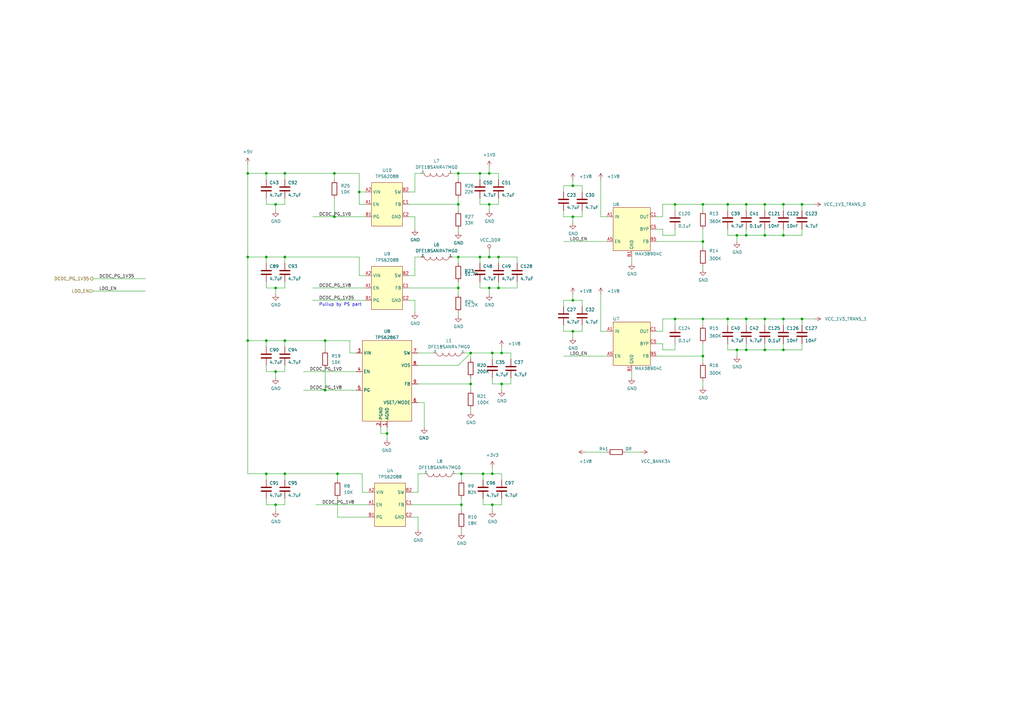
<source format=kicad_sch>
(kicad_sch (version 20220126) (generator eeschema)
  (paper "A3")
  (lib_symbols
    (symbol "7z010_ddr:VCC_1V3_TRANS_0" (power) (pin_names (offset 0))
      (property "Value" "VCC_1V3_TRANS_0" (at 0 3.81 0))
      (symbol "VCC_1V3_TRANS_0_0_1"
        (polyline (pts (xy -0.762 1.27) (xy 0 2.54)))
        (polyline (pts (xy 0 0) (xy 0 2.54)))
        (polyline (pts (xy 0 2.54) (xy 0.762 1.27)))
      )
      (symbol "VCC_1V3_TRANS_0_1_1"
        (pin power_in line (at 0 0 90) (length 0) hide (name "VCC_1V3_TRANS_0") (number "1"))
      )
    )
    (symbol "7z010_ddr:VCC_1V3_TRANS_1" (power) (pin_names (offset 0))
      (property "Value" "VCC_1V3_TRANS_1" (at 0 3.81 0))
      (symbol "VCC_1V3_TRANS_1_0_1"
        (polyline (pts (xy -0.762 1.27) (xy 0 2.54)))
        (polyline (pts (xy 0 0) (xy 0 2.54)))
        (polyline (pts (xy 0 2.54) (xy 0.762 1.27)))
      )
      (symbol "VCC_1V3_TRANS_1_1_1"
        (pin power_in line (at 0 0 90) (length 0) hide (name "VCC_1V3_TRANS_1") (number "1"))
      )
    )
    (symbol "7z010_ddr:VCC_BANK34" (power) (pin_names (offset 0))
      (property "Value" "VCC_BANK34" (at 3.81 0 90))
      (symbol "VCC_BANK34_0_1"
        (polyline (pts (xy -0.762 1.27) (xy 0 2.54)))
        (polyline (pts (xy 0 0) (xy 0 2.54)))
        (polyline (pts (xy 0 2.54) (xy 0.762 1.27)))
      )
      (symbol "VCC_BANK34_1_1"
        (pin power_in line (at 0 0 90) (length 0) hide (name "VCC_BANK34") (number "1"))
      )
    )
    (symbol "7z010_ddr:VCC_DDR-power" (power) (pin_names (offset 0))
      (property "Value" "VCC_DDR-power" (at 0 3.81 0))
      (symbol "VCC_DDR-power_0_1"
        (polyline (pts (xy 0 0) (xy 0 1.27)))
        (circle (center 0 1.905) (radius 0.635))
      )
      (symbol "VCC_DDR-power_1_1"
        (pin power_in line (at 0 0 90) (length 0) hide (name "VCC_DDR") (number "1"))
      )
    )
    (symbol "Device:C" (pin_numbers hide) (pin_names (offset 0.254))
      (property "Reference" "C" (at 0.635 2.54 0))
      (property "Value" "C" (at 0.635 -2.54 0))
      (symbol "C_0_1"
        (polyline (pts (xy -2.032 -0.762) (xy 2.032 -0.762)) (stroke (width 0.508)))
        (polyline (pts (xy -2.032 0.762) (xy 2.032 0.762)) (stroke (width 0.508)))
      )
      (symbol "C_1_1"
        (pin passive line (at 0 3.81 270) (length 2.794) (name "~") (number "1"))
        (pin passive line (at 0 -3.81 90) (length 2.794) (name "~") (number "2"))
      )
    )
    (symbol "Device:R" (pin_numbers hide) (pin_names (offset 0))
      (property "Reference" "R" (at 2.032 0 90))
      (property "Value" "R" (at 0 0 90))
      (symbol "R_0_1"
        (rectangle (start -1.016 -2.54) (end 1.016 2.54) (stroke (width 0.254)))
      )
      (symbol "R_1_1"
        (pin passive line (at 0 3.81 270) (length 1.27) (name "~") (number "1"))
        (pin passive line (at 0 -3.81 90) (length 1.27) (name "~") (number "2"))
      )
    )
    (symbol "Power_Supervisor_Local:MAX38904C"
      (property "Reference" "U" (at 6.35 -7.62 0))
      (property "Value" "MAX38904C" (at 0 12.7 0))
      (symbol "MAX38904C_0_1"
        (rectangle (start -7.62 11.43) (end 7.62 -6.35) (stroke (width 0.1524)) (fill (type background)))
      )
      (symbol "MAX38904C_1_1"
        (pin power_in line (at -10.16 7.62 0) (length 2.54) (name "IN") (number "A1"))
        (pin power_in line (at -10.16 7.62 0) (length 2.54) hide (name "IN") (number "A2"))
        (pin power_in line (at -10.16 7.62 0) (length 2.54) hide (name "IN") (number "A3"))
        (pin power_in line (at -10.16 7.62 0) (length 2.54) hide (name "IN") (number "A4"))
        (pin input line (at -10.16 -2.54 0) (length 2.54) (name "EN") (number "A5"))
        (pin passive line (at 0 -8.89 90) (length 2.54) (name "GND") (number "B1"))
        (pin passive line (at 0 -8.89 90) (length 2.54) hide (name "GND") (number "B2"))
        (pin passive line (at 0 -8.89 90) (length 2.54) hide (name "GND") (number "B3"))
        (pin passive line (at 0 -8.89 90) (length 2.54) hide (name "GND") (number "B4"))
        (pin passive line (at 10.16 -2.54 180) (length 2.54) (name "FB") (number "B5"))
        (pin power_out line (at 10.16 7.62 180) (length 2.54) (name "OUT") (number "C1"))
        (pin power_out line (at 10.16 7.62 180) (length 2.54) hide (name "OUT") (number "C2"))
        (pin power_out line (at 10.16 7.62 180) (length 2.54) hide (name "OUT") (number "C3"))
        (pin power_out line (at 10.16 7.62 180) (length 2.54) hide (name "OUT") (number "C4"))
        (pin input line (at 10.16 2.54 180) (length 2.54) (name "BYP") (number "C5"))
      )
    )
    (symbol "Power_Supervisor_Local:TPS62088"
      (property "Reference" "U10" (at 0 13.97 0))
      (property "Value" "TPS62088" (at 0 11.43 0))
      (symbol "TPS62088_0_1"
        (rectangle (start -6.35 8.89) (end 6.35 -8.89) (stroke (width 0.1524)) (fill (type background)))
      )
      (symbol "TPS62088_1_1"
        (pin input line (at -8.89 0 0) (length 2.54) (name "EN") (number "A1"))
        (pin power_in line (at -8.89 5.08 0) (length 2.54) (name "VIN") (number "A2"))
        (pin output line (at -8.89 -5.08 0) (length 2.54) (name "PG") (number "B1"))
        (pin power_out line (at 8.89 5.08 180) (length 2.54) (name "SW") (number "B2"))
        (pin input line (at 8.89 0 180) (length 2.54) (name "FB") (number "C1"))
        (pin passive line (at 8.89 -5.08 180) (length 2.54) (name "GND") (number "C2"))
      )
    )
    (symbol "Power_Supervisor_Local:TPS62867"
      (property "Reference" "U" (at 0 20.32 0))
      (property "Value" "TPS62867" (at 10.16 -20.32 0))
      (symbol "TPS62867_0_1"
        (rectangle (start -10.16 17.78) (end 10.16 -15.24) (stroke (width 0.1524)) (fill (type background)))
      )
      (symbol "TPS62867_1_1"
        (pin passive line (at 0 -17.78 90) (length 2.54) (name "AGND") (number "1"))
        (pin passive line (at -2.54 -17.78 90) (length 2.54) (name "PGND") (number "2"))
        (pin power_in line (at -12.7 12.7 0) (length 2.54) (name "VIN") (number "3"))
        (pin input line (at -12.7 5.08 0) (length 2.54) (name "EN") (number "4"))
        (pin open_collector line (at -12.7 -2.54 0) (length 2.54) (name "PG") (number "5"))
        (pin input line (at 12.7 -7.62 180) (length 2.54) (name "VSET/MODE") (number "6"))
        (pin power_out line (at 12.7 12.7 180) (length 2.54) (name "SW") (number "7"))
        (pin input line (at 12.7 7.62 180) (length 2.54) (name "VOS") (number "8"))
        (pin input line (at 12.7 0 180) (length 2.54) (name "FB") (number "9"))
      )
    )
    (symbol "power:+1V0" (power) (pin_names (offset 0))
      (property "Value" "+1V0" (at 0 3.556 0))
      (symbol "+1V0_0_1"
        (polyline (pts (xy -0.762 1.27) (xy 0 2.54)))
        (polyline (pts (xy 0 0) (xy 0 2.54)))
        (polyline (pts (xy 0 2.54) (xy 0.762 1.27)))
      )
      (symbol "+1V0_1_1"
        (pin power_in line (at 0 0 90) (length 0) hide (name "+1V0") (number "1"))
      )
    )
    (symbol "power:+1V8" (power) (pin_names (offset 0))
      (property "Value" "+1V8" (at 0 3.556 0))
      (symbol "+1V8_0_1"
        (polyline (pts (xy -0.762 1.27) (xy 0 2.54)))
        (polyline (pts (xy 0 0) (xy 0 2.54)))
        (polyline (pts (xy 0 2.54) (xy 0.762 1.27)))
      )
      (symbol "+1V8_1_1"
        (pin power_in line (at 0 0 90) (length 0) hide (name "+1V8") (number "1"))
      )
    )
    (symbol "power:+3.3V" (power) (pin_names (offset 0))
      (property "Value" "+3.3V" (at 0 3.556 0))
      (symbol "+3.3V_0_1"
        (polyline (pts (xy -0.762 1.27) (xy 0 2.54)))
        (polyline (pts (xy 0 0) (xy 0 2.54)))
        (polyline (pts (xy 0 2.54) (xy 0.762 1.27)))
      )
      (symbol "+3.3V_1_1"
        (pin power_in line (at 0 0 90) (length 0) hide (name "+3V3") (number "1"))
      )
    )
    (symbol "power:+5V" (power) (pin_names (offset 0))
      (property "Value" "+5V" (at 0 3.556 0))
      (symbol "+5V_0_1"
        (polyline (pts (xy -0.762 1.27) (xy 0 2.54)))
        (polyline (pts (xy 0 0) (xy 0 2.54)))
        (polyline (pts (xy 0 2.54) (xy 0.762 1.27)))
      )
      (symbol "+5V_1_1"
        (pin power_in line (at 0 0 90) (length 0) hide (name "+5V") (number "1"))
      )
    )
    (symbol "power:GND" (power) (pin_names (offset 0))
      (property "Value" "GND" (at 0 -3.81 0))
      (symbol "GND_0_1"
        (polyline (pts (xy 0 0) (xy 0 -1.27) (xy 1.27 -1.27) (xy 0 -2.54) (xy -1.27 -1.27) (xy 0 -1.27)))
      )
      (symbol "GND_1_1"
        (pin power_in line (at 0 0 270) (length 0) hide (name "GND") (number "1"))
      )
    )
    (symbol "pspice:INDUCTOR" (pin_numbers hide) (pin_names (offset 0))
      (property "Reference" "L" (at 0 2.54 0))
      (property "Value" "INDUCTOR" (at 0 -1.27 0))
      (symbol "INDUCTOR_0_1"
        (arc (start -2.54 0) (mid -3.81 1.2645) (end -5.08 0))
        (arc (start 0 0) (mid -1.27 1.2645) (end -2.54 0))
        (arc (start 2.54 0) (mid 1.27 1.2645) (end 0 0))
        (arc (start 5.08 0) (mid 3.81 1.2645) (end 2.54 0))
      )
      (symbol "INDUCTOR_1_1"
        (pin input line (at -6.35 0 0) (length 1.27) (name "1") (number "1"))
        (pin input line (at 6.35 0 180) (length 1.27) (name "2") (number "2"))
      )
    )
  )
  (junction (at 321.31 96.52))
  (junction (at 288.29 83.82))
  (junction (at 298.45 130.81))
  (junction (at 313.69 143.51))
  (junction (at 288.29 130.81))
  (junction (at 187.96 71.12))
  (junction (at 189.23 194.31))
  (junction (at 113.03 207.01))
  (junction (at 158.75 177.8))
  (junction (at 234.95 135.89))
  (junction (at 187.96 83.82))
  (junction (at 200.66 118.11))
  (junction (at 116.84 105.41))
  (junction (at 113.03 83.82))
  (junction (at 109.22 139.7))
  (junction (at 133.35 139.7))
  (junction (at 187.96 118.11))
  (junction (at 200.66 71.12))
  (junction (at 116.84 71.12))
  (junction (at 321.31 83.82))
  (junction (at 201.93 144.78))
  (junction (at 321.31 130.81))
  (junction (at 116.84 139.7))
  (junction (at 196.85 71.12))
  (junction (at 313.69 130.81))
  (junction (at 137.16 88.9))
  (junction (at 198.12 194.31))
  (junction (at 234.95 123.19))
  (junction (at 276.86 83.82))
  (junction (at 133.35 160.02))
  (junction (at 113.03 118.11))
  (junction (at 109.22 71.12))
  (junction (at 276.86 130.81))
  (junction (at 321.31 143.51))
  (junction (at 200.66 105.41))
  (junction (at 313.69 83.82))
  (junction (at 113.03 152.4))
  (junction (at 204.47 105.41))
  (junction (at 288.29 146.05))
  (junction (at 109.22 194.31))
  (junction (at 147.32 78.74))
  (junction (at 306.07 83.82))
  (junction (at 101.6 105.41))
  (junction (at 187.96 105.41))
  (junction (at 193.04 144.78))
  (junction (at 204.47 118.11))
  (junction (at 288.29 99.06))
  (junction (at 205.74 144.78))
  (junction (at 137.16 71.12))
  (junction (at 200.66 83.82))
  (junction (at 196.85 105.41))
  (junction (at 328.93 130.81))
  (junction (at 201.93 194.31))
  (junction (at 101.6 71.12))
  (junction (at 234.95 76.2))
  (junction (at 189.23 207.01))
  (junction (at 313.69 96.52))
  (junction (at 201.93 207.01))
  (junction (at 328.93 83.82))
  (junction (at 306.07 130.81))
  (junction (at 138.43 194.31))
  (junction (at 302.26 96.52))
  (junction (at 116.84 194.31))
  (junction (at 298.45 83.82))
  (junction (at 302.26 143.51))
  (junction (at 205.74 157.48))
  (junction (at 306.07 143.51))
  (junction (at 101.6 139.7))
  (junction (at 234.95 88.9))
  (junction (at 306.07 96.52))
  (junction (at 109.22 105.41))
  (junction (at 193.04 157.48))
  (wire (pts (xy 276.86 83.82) (xy 276.86 86.36)))
  (wire (pts (xy 147.32 83.82) (xy 147.32 78.74)))
  (wire (pts (xy 209.55 144.78) (xy 209.55 147.32)))
  (wire (pts (xy 113.03 207.01) (xy 116.84 207.01)))
  (wire (pts (xy 288.29 109.22) (xy 288.29 110.49)))
  (wire (pts (xy 147.32 78.74) (xy 149.86 78.74)))
  (wire (pts (xy 321.31 96.52) (xy 328.93 96.52)))
  (wire (pts (xy 256.54 185.42) (xy 262.89 185.42)))
  (wire (pts (xy 234.95 73.66) (xy 234.95 76.2)))
  (wire (pts (xy 212.09 107.95) (xy 212.09 105.41)))
  (wire (pts (xy 271.78 143.51) (xy 271.78 140.97)))
  (wire (pts (xy 302.26 96.52) (xy 306.07 96.52)))
  (wire (pts (xy 205.74 204.47) (xy 205.74 207.01)))
  (wire (pts (xy 205.74 157.48) (xy 205.74 160.02)))
  (wire (pts (xy 271.78 96.52) (xy 276.86 96.52)))
  (wire (pts (xy 198.12 194.31) (xy 201.93 194.31)))
  (wire (pts (xy 193.04 144.78) (xy 190.5 144.78)))
  (wire (pts (xy 193.04 167.64) (xy 193.04 168.91)))
  (wire (pts (xy 189.23 217.17) (xy 189.23 218.44)))
  (wire (pts (xy 170.18 71.12) (xy 172.72 71.12)))
  (wire (pts (xy 306.07 83.82) (xy 313.69 83.82)))
  (wire (pts (xy 298.45 86.36) (xy 298.45 83.82)))
  (wire (pts (xy 196.85 115.57) (xy 196.85 118.11)))
  (wire (pts (xy 109.22 204.47) (xy 109.22 207.01)))
  (wire (pts (xy 313.69 93.98) (xy 313.69 96.52)))
  (wire (pts (xy 288.29 83.82) (xy 298.45 83.82)))
  (wire (pts (xy 116.84 71.12) (xy 137.16 71.12)))
  (wire (pts (xy 205.74 144.78) (xy 209.55 144.78)))
  (wire (pts (xy 170.18 113.03) (xy 170.18 105.41)))
  (wire (pts (xy 288.29 130.81) (xy 288.29 133.35)))
  (wire (pts (xy 193.04 144.78) (xy 187.96 149.86)))
  (wire (pts (xy 113.03 207.01) (xy 113.03 209.55)))
  (wire (pts (xy 109.22 105.41) (xy 116.84 105.41)))
  (wire (pts (xy 147.32 113.03) (xy 149.86 113.03)))
  (wire (pts (xy 109.22 81.28) (xy 109.22 83.82)))
  (wire (pts (xy 269.24 99.06) (xy 288.29 99.06)))
  (wire (pts (xy 109.22 149.86) (xy 109.22 152.4)))
  (wire (pts (xy 302.26 96.52) (xy 302.26 99.06)))
  (wire (pts (xy 113.03 152.4) (xy 113.03 154.94)))
  (wire (pts (xy 201.93 147.32) (xy 201.93 144.78)))
  (wire (pts (xy 231.14 135.89) (xy 234.95 135.89)))
  (wire (pts (xy 193.04 157.48) (xy 193.04 154.94)))
  (wire (pts (xy 148.59 194.31) (xy 148.59 201.93)))
  (wire (pts (xy 109.22 142.24) (xy 109.22 139.7)))
  (wire (pts (xy 259.08 105.41) (xy 259.08 107.95)))
  (wire (pts (xy 276.86 96.52) (xy 276.86 93.98)))
  (wire (pts (xy 143.51 144.78) (xy 146.05 144.78)))
  (wire (pts (xy 189.23 196.85) (xy 189.23 194.31)))
  (wire (pts (xy 196.85 118.11) (xy 200.66 118.11)))
  (wire (pts (xy 101.6 105.41) (xy 101.6 139.7)))
  (wire (pts (xy 133.35 139.7) (xy 143.51 139.7)))
  (wire (pts (xy 187.96 118.11) (xy 187.96 115.57)))
  (wire (pts (xy 116.84 204.47) (xy 116.84 207.01)))
  (wire (pts (xy 200.66 118.11) (xy 204.47 118.11)))
  (wire (pts (xy 271.78 93.98) (xy 271.78 96.52)))
  (wire (pts (xy 231.14 133.35) (xy 231.14 135.89)))
  (wire (pts (xy 248.92 88.9) (xy 246.38 88.9)))
  (wire (pts (xy 171.45 194.31) (xy 173.99 194.31)))
  (wire (pts (xy 204.47 118.11) (xy 212.09 118.11)))
  (wire (pts (xy 137.16 71.12) (xy 147.32 71.12)))
  (wire (pts (xy 204.47 115.57) (xy 204.47 118.11)))
  (wire (pts (xy 171.45 144.78) (xy 177.8 144.78)))
  (wire (pts (xy 133.35 160.02) (xy 146.05 160.02)))
  (wire (pts (xy 231.14 76.2) (xy 234.95 76.2)))
  (wire (pts (xy 170.18 78.74) (xy 170.18 71.12)))
  (wire (pts (xy 321.31 140.97) (xy 321.31 143.51)))
  (wire (pts (xy 231.14 86.36) (xy 231.14 88.9)))
  (wire (pts (xy 158.75 177.8) (xy 158.75 180.34)))
  (wire (pts (xy 288.29 146.05) (xy 288.29 148.59)))
  (wire (pts (xy 288.29 86.36) (xy 288.29 83.82)))
  (wire (pts (xy 200.66 83.82) (xy 200.66 86.36)))
  (wire (pts (xy 271.78 130.81) (xy 276.86 130.81)))
  (wire (pts (xy 116.84 105.41) (xy 147.32 105.41)))
  (wire (pts (xy 205.74 142.24) (xy 205.74 144.78)))
  (wire (pts (xy 187.96 93.98) (xy 187.96 95.25)))
  (wire (pts (xy 321.31 130.81) (xy 321.31 133.35)))
  (wire (pts (xy 246.38 120.65) (xy 246.38 135.89)))
  (wire (pts (xy 101.6 139.7) (xy 109.22 139.7)))
  (wire (pts (xy 234.95 76.2) (xy 238.76 76.2)))
  (wire (pts (xy 313.69 96.52) (xy 321.31 96.52)))
  (wire (pts (xy 196.85 83.82) (xy 200.66 83.82)))
  (wire (pts (xy 321.31 86.36) (xy 321.31 83.82)))
  (wire (pts (xy 288.29 140.97) (xy 288.29 146.05)))
  (wire (pts (xy 328.93 133.35) (xy 328.93 130.81)))
  (wire (pts (xy 109.22 152.4) (xy 113.03 152.4)))
  (wire (pts (xy 238.76 86.36) (xy 238.76 88.9)))
  (wire (pts (xy 101.6 71.12) (xy 109.22 71.12)))
  (wire (pts (xy 271.78 140.97) (xy 269.24 140.97)))
  (wire (pts (xy 240.03 185.42) (xy 248.92 185.42)))
  (wire (pts (xy 204.47 105.41) (xy 204.47 107.95)))
  (wire (pts (xy 302.26 143.51) (xy 302.26 146.05)))
  (wire (pts (xy 143.51 139.7) (xy 143.51 144.78)))
  (wire (pts (xy 288.29 99.06) (xy 288.29 101.6)))
  (wire (pts (xy 234.95 120.65) (xy 234.95 123.19)))
  (wire (pts (xy 109.22 107.95) (xy 109.22 105.41)))
  (wire (pts (xy 113.03 118.11) (xy 113.03 120.65)))
  (wire (pts (xy 288.29 130.81) (xy 298.45 130.81)))
  (wire (pts (xy 158.75 175.26) (xy 158.75 177.8)))
  (wire (pts (xy 147.32 71.12) (xy 147.32 78.74)))
  (wire (pts (xy 171.45 165.1) (xy 173.99 165.1)))
  (wire (pts (xy 101.6 194.31) (xy 109.22 194.31)))
  (wire (pts (xy 116.84 81.28) (xy 116.84 83.82)))
  (wire (pts (xy 101.6 194.31) (xy 101.6 139.7)))
  (wire (pts (xy 200.66 105.41) (xy 204.47 105.41)))
  (wire (pts (xy 101.6 67.31) (xy 101.6 71.12)))
  (wire (pts (xy 137.16 88.9) (xy 149.86 88.9)))
  (wire (pts (xy 147.32 105.41) (xy 147.32 113.03)))
  (wire (pts (xy 306.07 83.82) (xy 306.07 86.36)))
  (wire (pts (xy 234.95 123.19) (xy 238.76 123.19)))
  (wire (pts (xy 185.42 71.12) (xy 187.96 71.12)))
  (wire (pts (xy 298.45 133.35) (xy 298.45 130.81)))
  (wire (pts (xy 116.84 149.86) (xy 116.84 152.4)))
  (wire (pts (xy 109.22 196.85) (xy 109.22 194.31)))
  (wire (pts (xy 238.76 76.2) (xy 238.76 78.74)))
  (wire (pts (xy 201.93 207.01) (xy 201.93 209.55)))
  (wire (pts (xy 113.03 152.4) (xy 116.84 152.4)))
  (wire (pts (xy 306.07 93.98) (xy 306.07 96.52)))
  (wire (pts (xy 168.91 201.93) (xy 171.45 201.93)))
  (wire (pts (xy 288.29 99.06) (xy 288.29 93.98)))
  (wire (pts (xy 298.45 140.97) (xy 298.45 143.51)))
  (wire (pts (xy 321.31 130.81) (xy 328.93 130.81)))
  (wire (pts (xy 193.04 157.48) (xy 193.04 160.02)))
  (wire (pts (xy 298.45 83.82) (xy 306.07 83.82)))
  (wire (pts (xy 113.03 83.82) (xy 116.84 83.82)))
  (wire (pts (xy 167.64 78.74) (xy 170.18 78.74)))
  (wire (pts (xy 167.64 88.9) (xy 170.18 88.9)))
  (wire (pts (xy 196.85 105.41) (xy 200.66 105.41)))
  (wire (pts (xy 187.96 118.11) (xy 187.96 120.65)))
  (wire (pts (xy 187.96 83.82) (xy 187.96 81.28)))
  (wire (pts (xy 124.46 160.02) (xy 133.35 160.02)))
  (wire (pts (xy 302.26 143.51) (xy 306.07 143.51)))
  (wire (pts (xy 298.45 143.51) (xy 302.26 143.51)))
  (wire (pts (xy 170.18 105.41) (xy 172.72 105.41)))
  (wire (pts (xy 313.69 130.81) (xy 313.69 133.35)))
  (wire (pts (xy 200.66 71.12) (xy 204.47 71.12)))
  (wire (pts (xy 109.22 207.01) (xy 113.03 207.01)))
  (wire (pts (xy 147.32 83.82) (xy 149.86 83.82)))
  (wire (pts (xy 328.93 83.82) (xy 328.93 86.36)))
  (wire (pts (xy 187.96 73.66) (xy 187.96 71.12)))
  (wire (pts (xy 189.23 207.01) (xy 168.91 207.01)))
  (wire (pts (xy 200.66 102.87) (xy 200.66 105.41)))
  (wire (pts (xy 234.95 88.9) (xy 238.76 88.9)))
  (wire (pts (xy 187.96 71.12) (xy 196.85 71.12)))
  (wire (pts (xy 328.93 96.52) (xy 328.93 93.98)))
  (wire (pts (xy 185.42 105.41) (xy 187.96 105.41)))
  (wire (pts (xy 196.85 71.12) (xy 200.66 71.12)))
  (wire (pts (xy 109.22 73.66) (xy 109.22 71.12)))
  (wire (pts (xy 198.12 207.01) (xy 201.93 207.01)))
  (wire (pts (xy 128.27 123.19) (xy 149.86 123.19)))
  (wire (pts (xy 187.96 83.82) (xy 167.64 83.82)))
  (wire (pts (xy 138.43 212.09) (xy 151.13 212.09)))
  (wire (pts (xy 276.86 143.51) (xy 271.78 143.51)))
  (wire (pts (xy 170.18 123.19) (xy 170.18 128.27)))
  (wire (pts (xy 116.84 194.31) (xy 138.43 194.31)))
  (wire (pts (xy 129.54 207.01) (xy 151.13 207.01)))
  (wire (pts (xy 116.84 139.7) (xy 133.35 139.7)))
  (wire (pts (xy 321.31 143.51) (xy 328.93 143.51)))
  (wire (pts (xy 200.66 118.11) (xy 200.66 120.65)))
  (wire (pts (xy 238.76 133.35) (xy 238.76 135.89)))
  (wire (pts (xy 269.24 135.89) (xy 271.78 135.89)))
  (wire (pts (xy 306.07 143.51) (xy 313.69 143.51)))
  (wire (pts (xy 204.47 81.28) (xy 204.47 83.82)))
  (wire (pts (xy 128.27 118.11) (xy 149.86 118.11)))
  (wire (pts (xy 109.22 139.7) (xy 116.84 139.7)))
  (wire (pts (xy 200.66 68.58) (xy 200.66 71.12)))
  (wire (pts (xy 187.96 128.27) (xy 187.96 129.54)))
  (wire (pts (xy 148.59 201.93) (xy 151.13 201.93)))
  (wire (pts (xy 167.64 123.19) (xy 170.18 123.19)))
  (wire (pts (xy 116.84 194.31) (xy 116.84 196.85)))
  (wire (pts (xy 231.14 78.74) (xy 231.14 76.2)))
  (wire (pts (xy 248.92 135.89) (xy 246.38 135.89)))
  (wire (pts (xy 109.22 71.12) (xy 116.84 71.12)))
  (wire (pts (xy 271.78 88.9) (xy 269.24 88.9)))
  (wire (pts (xy 171.45 149.86) (xy 187.96 149.86)))
  (wire (pts (xy 231.14 88.9) (xy 234.95 88.9)))
  (wire (pts (xy 306.07 96.52) (xy 313.69 96.52)))
  (wire (pts (xy 116.84 115.57) (xy 116.84 118.11)))
  (wire (pts (xy 313.69 83.82) (xy 313.69 86.36)))
  (wire (pts (xy 138.43 204.47) (xy 138.43 212.09)))
  (wire (pts (xy 138.43 194.31) (xy 148.59 194.31)))
  (wire (pts (xy 196.85 73.66) (xy 196.85 71.12)))
  (wire (pts (xy 201.93 154.94) (xy 201.93 157.48)))
  (wire (pts (xy 238.76 123.19) (xy 238.76 125.73)))
  (wire (pts (xy 276.86 130.81) (xy 276.86 133.35)))
  (wire (pts (xy 234.95 88.9) (xy 234.95 91.44)))
  (wire (pts (xy 271.78 83.82) (xy 276.86 83.82)))
  (wire (pts (xy 109.22 118.11) (xy 113.03 118.11)))
  (wire (pts (xy 187.96 83.82) (xy 187.96 86.36)))
  (wire (pts (xy 201.93 157.48) (xy 205.74 157.48)))
  (wire (pts (xy 171.45 201.93) (xy 171.45 194.31)))
  (wire (pts (xy 113.03 118.11) (xy 116.84 118.11)))
  (wire (pts (xy 156.21 175.26) (xy 156.21 177.8)))
  (wire (pts (xy 109.22 115.57) (xy 109.22 118.11)))
  (wire (pts (xy 205.74 194.31) (xy 205.74 196.85)))
  (wire (pts (xy 193.04 144.78) (xy 193.04 147.32)))
  (wire (pts (xy 187.96 118.11) (xy 167.64 118.11)))
  (wire (pts (xy 209.55 154.94) (xy 209.55 157.48)))
  (wire (pts (xy 128.27 88.9) (xy 137.16 88.9)))
  (wire (pts (xy 269.24 93.98) (xy 271.78 93.98)))
  (wire (pts (xy 200.66 83.82) (xy 204.47 83.82)))
  (wire (pts (xy 306.07 130.81) (xy 313.69 130.81)))
  (wire (pts (xy 231.14 123.19) (xy 234.95 123.19)))
  (wire (pts (xy 38.1 114.3) (xy 59.69 114.3)))
  (wire (pts (xy 234.95 135.89) (xy 234.95 138.43)))
  (wire (pts (xy 189.23 194.31) (xy 198.12 194.31)))
  (wire (pts (xy 231.14 146.05) (xy 248.92 146.05)))
  (wire (pts (xy 196.85 107.95) (xy 196.85 105.41)))
  (wire (pts (xy 271.78 83.82) (xy 271.78 88.9)))
  (wire (pts (xy 306.07 140.97) (xy 306.07 143.51)))
  (wire (pts (xy 212.09 105.41) (xy 204.47 105.41)))
  (wire (pts (xy 201.93 194.31) (xy 205.74 194.31)))
  (wire (pts (xy 231.14 99.06) (xy 248.92 99.06)))
  (wire (pts (xy 116.84 71.12) (xy 116.84 73.66)))
  (wire (pts (xy 201.93 144.78) (xy 205.74 144.78)))
  (wire (pts (xy 168.91 212.09) (xy 171.45 212.09)))
  (wire (pts (xy 276.86 140.97) (xy 276.86 143.51)))
  (wire (pts (xy 171.45 212.09) (xy 171.45 217.17)))
  (wire (pts (xy 231.14 125.73) (xy 231.14 123.19)))
  (wire (pts (xy 133.35 151.13) (xy 133.35 160.02)))
  (wire (pts (xy 109.22 194.31) (xy 116.84 194.31)))
  (wire (pts (xy 173.99 165.1) (xy 173.99 175.26)))
  (wire (pts (xy 313.69 83.82) (xy 321.31 83.82)))
  (wire (pts (xy 109.22 83.82) (xy 113.03 83.82)))
  (wire (pts (xy 124.46 152.4) (xy 146.05 152.4)))
  (wire (pts (xy 201.93 207.01) (xy 205.74 207.01)))
  (wire (pts (xy 137.16 81.28) (xy 137.16 88.9)))
  (wire (pts (xy 328.93 140.97) (xy 328.93 143.51)))
  (wire (pts (xy 328.93 83.82) (xy 334.01 83.82)))
  (wire (pts (xy 189.23 207.01) (xy 189.23 204.47)))
  (wire (pts (xy 259.08 152.4) (xy 259.08 154.94)))
  (wire (pts (xy 276.86 83.82) (xy 288.29 83.82)))
  (wire (pts (xy 138.43 196.85) (xy 138.43 194.31)))
  (wire (pts (xy 306.07 130.81) (xy 306.07 133.35)))
  (wire (pts (xy 298.45 130.81) (xy 306.07 130.81)))
  (wire (pts (xy 198.12 196.85) (xy 198.12 194.31)))
  (wire (pts (xy 298.45 93.98) (xy 298.45 96.52)))
  (wire (pts (xy 101.6 105.41) (xy 109.22 105.41)))
  (wire (pts (xy 246.38 73.66) (xy 246.38 88.9)))
  (wire (pts (xy 212.09 118.11) (xy 212.09 115.57)))
  (wire (pts (xy 321.31 93.98) (xy 321.31 96.52)))
  (wire (pts (xy 116.84 105.41) (xy 116.84 107.95)))
  (wire (pts (xy 187.96 107.95) (xy 187.96 105.41)))
  (wire (pts (xy 328.93 130.81) (xy 334.01 130.81)))
  (wire (pts (xy 171.45 157.48) (xy 193.04 157.48)))
  (wire (pts (xy 234.95 135.89) (xy 238.76 135.89)))
  (wire (pts (xy 198.12 204.47) (xy 198.12 207.01)))
  (wire (pts (xy 137.16 73.66) (xy 137.16 71.12)))
  (wire (pts (xy 313.69 130.81) (xy 321.31 130.81)))
  (wire (pts (xy 321.31 83.82) (xy 328.93 83.82)))
  (wire (pts (xy 205.74 157.48) (xy 209.55 157.48)))
  (wire (pts (xy 313.69 140.97) (xy 313.69 143.51)))
  (wire (pts (xy 113.03 83.82) (xy 113.03 86.36)))
  (wire (pts (xy 196.85 81.28) (xy 196.85 83.82)))
  (wire (pts (xy 133.35 143.51) (xy 133.35 139.7)))
  (wire (pts (xy 101.6 71.12) (xy 101.6 105.41)))
  (wire (pts (xy 187.96 105.41) (xy 196.85 105.41)))
  (wire (pts (xy 288.29 156.21) (xy 288.29 158.75)))
  (wire (pts (xy 186.69 194.31) (xy 189.23 194.31)))
  (wire (pts (xy 193.04 144.78) (xy 201.93 144.78)))
  (wire (pts (xy 204.47 71.12) (xy 204.47 73.66)))
  (wire (pts (xy 298.45 96.52) (xy 302.26 96.52)))
  (wire (pts (xy 170.18 88.9) (xy 170.18 93.98)))
  (wire (pts (xy 116.84 139.7) (xy 116.84 142.24)))
  (wire (pts (xy 276.86 130.81) (xy 288.29 130.81)))
  (wire (pts (xy 269.24 146.05) (xy 288.29 146.05)))
  (wire (pts (xy 313.69 143.51) (xy 321.31 143.51)))
  (wire (pts (xy 156.21 177.8) (xy 158.75 177.8)))
  (wire (pts (xy 167.64 113.03) (xy 170.18 113.03)))
  (wire (pts (xy 201.93 191.77) (xy 201.93 194.31)))
  (wire (pts (xy 271.78 130.81) (xy 271.78 135.89)))
  (wire (pts (xy 38.1 119.38) (xy 59.69 119.38)))
  (wire (pts (xy 189.23 207.01) (xy 189.23 209.55)))
  (text "Pullup by PS part\n" (at 130.81 125.73 0) (effects (font (size 1.27 1.27)) (justify left bottom)))
  (label "DCDC_PG_1V8" (at 132.08 207.01 0))
  (label "LDO_EN" (at 233.68 146.05 0))
  (label "DCDC_PG_1V8" (at 130.81 118.11 0))
  (label "DCDC_PG_1V35" (at 40.64 114.3 0))
  (label "DCDC_PG_1V0" (at 130.81 88.9 0))
  (label "LDO_EN" (at 233.68 99.06 0))
  (label "LDO_EN" (at 40.64 119.38 0))
  (label "DCDC_PG_1V8" (at 127 160.02 0))
  (label "DCDC_PG_1V0" (at 127 152.4 0))
  (label "DCDC_PG_1V35" (at 130.81 123.19 0))
  (hierarchical_label "LDO_EN" (shape input) (at 38.1 119.38 180))
  (hierarchical_label "DCDC_PG_1V35" (shape output) (at 38.1 114.3 180))
  (symbol (lib_id "Device:R") (at 138.43 200.66 0) (unit 1)
    (property "Reference" "R8" (at 140.97 199.3899 0) (effects (justify left)))
    (property "Value" "10K" (at 140.97 201.9299 0) (effects (justify left)))
    (property "Footprint" "Resistor_SMD:R_0201_0603Metric" (effects hide))
  )
  (symbol (lib_id "power:+5V") (at 101.6 67.31 0) (unit 1)
    (property "Reference" "#PWR0178" (effects hide))
    (property "Value" "+5V" (at 101.6 62.23 0))
  )
  (symbol (lib_id "7z010_ddr:VCC_1V3_TRANS_0") (at 334.01 83.82 270) (mirror x) (unit 1)
    (property "Reference" "#PWR0267" (effects hide))
    (property "Value" "VCC_1V3_TRANS_0" (at 337.82 83.82 90) (effects (justify left)))
  )
  (symbol (lib_id "power:GND") (at 302.26 99.06 0) (unit 1)
    (property "Reference" "#PWR0103" (effects hide))
    (property "Value" "GND" (at 302.387 103.4542 0))
  )
  (symbol (lib_id "Device:C") (at 328.93 90.17 0) (unit 1)
    (property "Reference" "C123" (at 330.2 87.63 0) (effects (justify left)))
    (property "Value" "4.7uF" (at 330.2 92.71 0) (effects (justify left)))
    (property "Footprint" "Capacitor_SMD:C_0402_1005Metric" (effects hide))
  )
  (symbol (lib_id "Device:C") (at 116.84 146.05 0) (unit 1)
    (property "Reference" "C94" (at 118.11 143.51 0) (effects (justify left)))
    (property "Value" "4.7uF" (at 118.11 148.59 0) (effects (justify left)))
    (property "Footprint" "Capacitor_SMD:C_0402_1005Metric" (effects hide))
  )
  (symbol (lib_id "Device:C") (at 306.07 90.17 0) (unit 1)
    (property "Reference" "C41" (at 307.34 87.63 0) (effects (justify left)))
    (property "Value" "0.1uF" (at 307.34 92.71 0) (effects (justify left)))
    (property "Footprint" "Capacitor_SMD:C_0402_1005Metric" (effects hide))
  )
  (symbol (lib_id "Device:C") (at 313.69 90.17 0) (unit 1)
    (property "Reference" "C121" (at 314.96 87.63 0) (effects (justify left)))
    (property "Value" "10nF" (at 314.96 92.71 0) (effects (justify left)))
    (property "Footprint" "Capacitor_SMD:C_0402_1005Metric" (effects hide))
  )
  (symbol (lib_id "Device:C") (at 321.31 90.17 0) (unit 1)
    (property "Reference" "C122" (at 322.58 87.63 0) (effects (justify left)))
    (property "Value" "10nF" (at 322.58 92.71 0) (effects (justify left)))
    (property "Footprint" "Capacitor_SMD:C_0402_1005Metric" (effects hide))
  )
  (symbol (lib_id "power:GND") (at 158.75 180.34 0) (mirror y) (unit 1)
    (property "Reference" "#PWR0157" (effects hide))
    (property "Value" "GND" (at 158.623 184.7342 0))
  )
  (symbol (lib_id "power:GND") (at 234.95 138.43 0) (unit 1)
    (property "Reference" "#PWR0151" (effects hide))
    (property "Value" "GND" (at 235.077 142.8242 0))
  )
  (symbol (lib_id "Device:C") (at 298.45 90.17 0) (unit 1)
    (property "Reference" "C39" (at 299.72 87.63 0) (effects (justify left)))
    (property "Value" "4.7uF" (at 299.72 92.71 0) (effects (justify left)))
    (property "Footprint" "Capacitor_SMD:C_0402_1005Metric" (effects hide))
  )
  (symbol (lib_id "Device:C") (at 276.86 90.17 0) (unit 1)
    (property "Reference" "C120" (at 278.13 87.63 0) (effects (justify left)))
    (property "Value" "0.1uF" (at 278.13 92.71 0) (effects (justify left)))
    (property "Footprint" "Capacitor_SMD:C_0402_1005Metric" (effects hide))
  )
  (symbol (lib_id "Device:R") (at 288.29 90.17 0) (unit 1)
    (property "Reference" "R13" (at 290.83 87.63 0) (effects (justify left)))
    (property "Value" "360K" (at 290.83 90.805 0) (effects (justify left)))
    (property "Footprint" "Resistor_SMD:R_0201_0603Metric" (effects hide))
  )
  (symbol (lib_id "power:GND") (at 113.03 209.55 0) (unit 1)
    (property "Reference" "#PWR0177" (effects hide))
    (property "Value" "GND" (at 113.157 213.9442 0))
  )
  (symbol (lib_id "power:+1V8") (at 246.38 120.65 0) (unit 1)
    (property "Reference" "#PWR0147" (effects hide))
    (property "Value" "+1V8" (at 248.92 119.3799 0) (effects (justify left)))
  )
  (symbol (lib_id "Device:R") (at 187.96 90.17 0) (unit 1)
    (property "Reference" "R27" (at 190.5 88.8999 0) (effects (justify left)))
    (property "Value" "33K" (at 190.5 91.4399 0) (effects (justify left)))
    (property "Footprint" "Resistor_SMD:R_0201_0603Metric" (effects hide))
  )
  (symbol (lib_id "Device:R") (at 187.96 77.47 0) (unit 1)
    (property "Reference" "R26" (at 190.5 76.1999 0) (effects (justify left)))
    (property "Value" "22K" (at 190.5 78.7399 0) (effects (justify left)))
    (property "Footprint" "Resistor_SMD:R_0201_0603Metric" (effects hide))
  )
  (symbol (lib_id "Device:C") (at 116.84 200.66 0) (unit 1)
    (property "Reference" "C95" (at 118.11 198.12 0) (effects (justify left)))
    (property "Value" "4.7uF" (at 118.11 203.2 0) (effects (justify left)))
    (property "Footprint" "Capacitor_SMD:C_0402_1005Metric" (effects hide))
  )
  (symbol (lib_id "power:GND") (at 234.95 91.44 0) (unit 1)
    (property "Reference" "#PWR0152" (effects hide))
    (property "Value" "GND" (at 235.077 95.8342 0))
  )
  (symbol (lib_id "Device:C") (at 116.84 111.76 0) (unit 1)
    (property "Reference" "C93" (at 118.11 109.22 0) (effects (justify left)))
    (property "Value" "4.7uF" (at 118.11 114.3 0) (effects (justify left)))
    (property "Footprint" "Capacitor_SMD:C_0402_1005Metric" (effects hide))
  )
  (symbol (lib_id "power:+1V8") (at 205.74 142.24 0) (unit 1)
    (property "Reference" "#PWR0158" (effects hide))
    (property "Value" "+1V8" (at 208.28 140.9699 0) (effects (justify left)))
  )
  (symbol (lib_id "Device:C") (at 328.93 137.16 0) (unit 1)
    (property "Reference" "C127" (at 330.2 134.62 0) (effects (justify left)))
    (property "Value" "10nF" (at 330.2 139.7 0) (effects (justify left)))
    (property "Footprint" "Capacitor_SMD:C_0402_1005Metric" (effects hide))
  )
  (symbol (lib_id "Device:R") (at 288.29 152.4 0) (unit 1)
    (property "Reference" "R16" (at 290.83 149.86 0) (effects (justify left)))
    (property "Value" "300K" (at 290.83 153.035 0) (effects (justify left)))
    (property "Footprint" "Resistor_SMD:R_0201_0603Metric" (effects hide))
  )
  (symbol (lib_id "Device:C") (at 238.76 82.55 0) (unit 1)
    (property "Reference" "C30" (at 240.03 80.01 0) (effects (justify left)))
    (property "Value" "4.7uF" (at 240.03 85.09 0) (effects (justify left)))
    (property "Footprint" "Capacitor_SMD:C_0402_1005Metric" (effects hide))
  )
  (symbol (lib_id "pspice:INDUCTOR") (at 180.34 194.31 180) (unit 1)
    (property "Reference" "L8" (at 180.34 189.23 0))
    (property "Value" "DFE18SANR47MG0" (at 180.34 191.77 0))
    (property "Footprint" "Inductor_SMD:L_Murata_LQH2MCNxxxx02_2.0x1.6mm" (effects hide))
  )
  (symbol (lib_id "Power_Supervisor_Local:MAX38904C") (at 259.08 96.52 0) (unit 1)
    (property "Reference" "U6" (at 252.73 83.82 0))
    (property "Value" "MAX38904C" (at 260.35 104.14 0) (effects (justify left)))
    (property "Footprint" "Package_CSP_Local:wlp-15_2p168_1p338_0p5_0p4" (effects hide))
  )
  (symbol (lib_id "power:GND") (at 113.03 86.36 0) (unit 1)
    (property "Reference" "#PWR0174" (effects hide))
    (property "Value" "GND" (at 113.157 90.7542 0))
  )
  (symbol (lib_id "Power_Supervisor_Local:TPS62088") (at 160.02 207.01 0) (unit 1)
    (property "Reference" "U4" (at 160.02 193.04 0))
    (property "Value" "TPS62088" (at 160.02 195.58 0))
    (property "Footprint" "Capacitor_SMD_Local:PowerWCSP-6" (effects hide))
  )
  (symbol (lib_id "Device:C") (at 109.22 200.66 0) (unit 1)
    (property "Reference" "C91" (at 110.49 198.12 0) (effects (justify left)))
    (property "Value" "4.7uF" (at 110.49 203.2 0) (effects (justify left)))
    (property "Footprint" "Capacitor_SMD:C_0402_1005Metric" (effects hide))
  )
  (symbol (lib_id "power:+1V8") (at 246.38 73.66 0) (unit 1)
    (property "Reference" "#PWR0154" (effects hide))
    (property "Value" "+1V8" (at 248.92 72.3899 0) (effects (justify left)))
  )
  (symbol (lib_id "Device:R") (at 288.29 105.41 0) (unit 1)
    (property "Reference" "R14" (at 290.83 102.87 0) (effects (justify left)))
    (property "Value" "300K" (at 290.83 106.045 0) (effects (justify left)))
    (property "Footprint" "Resistor_SMD:R_0201_0603Metric" (effects hide))
  )
  (symbol (lib_id "7z010_ddr:VCC_BANK34") (at 262.89 185.42 270) (unit 1)
    (property "Reference" "#PWR0136" (effects hide))
    (property "Value" "VCC_BANK34" (at 262.89 189.23 90) (effects (justify left)))
  )
  (symbol (lib_id "power:+1V8") (at 240.03 185.42 90) (unit 1)
    (property "Reference" "#PWR0225" (effects hide))
    (property "Value" "+1V8" (at 237.49 189.23 90) (effects (justify right)))
  )
  (symbol (lib_id "pspice:INDUCTOR") (at 179.07 71.12 180) (unit 1)
    (property "Reference" "L7" (at 179.07 66.04 0))
    (property "Value" "DFE18SANR47MG0" (at 179.07 68.58 0))
    (property "Footprint" "Inductor_SMD:L_Murata_LQH2MCNxxxx02_2.0x1.6mm" (effects hide))
  )
  (symbol (lib_id "Device:C") (at 109.22 146.05 0) (unit 1)
    (property "Reference" "C90" (at 110.49 143.51 0) (effects (justify left)))
    (property "Value" "4.7uF" (at 110.49 148.59 0) (effects (justify left)))
    (property "Footprint" "Capacitor_SMD:C_0402_1005Metric" (effects hide))
  )
  (symbol (lib_id "Device:C") (at 204.47 111.76 0) (unit 1)
    (property "Reference" "C49" (at 205.74 109.22 0) (effects (justify left)))
    (property "Value" "4.7uF" (at 205.74 114.3 0) (effects (justify left)))
    (property "Footprint" "Capacitor_SMD:C_0402_1005Metric" (effects hide))
  )
  (symbol (lib_id "power:GND") (at 288.29 158.75 0) (unit 1)
    (property "Reference" "#PWR0149" (effects hide))
    (property "Value" "GND" (at 288.417 163.1442 0))
  )
  (symbol (lib_id "Device:R") (at 193.04 151.13 0) (unit 1)
    (property "Reference" "R20" (at 195.58 149.8599 0) (effects (justify left)))
    (property "Value" "200K" (at 195.58 152.3999 0) (effects (justify left)))
    (property "Footprint" "Resistor_SMD:R_0201_0603Metric" (effects hide))
  )
  (symbol (lib_id "power:GND") (at 259.08 107.95 0) (unit 1)
    (property "Reference" "#PWR0146" (effects hide))
    (property "Value" "GND" (at 259.207 112.3442 0))
  )
  (symbol (lib_id "power:GND") (at 288.29 110.49 0) (unit 1)
    (property "Reference" "#PWR0145" (effects hide))
    (property "Value" "GND" (at 288.417 114.8842 0))
  )
  (symbol (lib_id "power:+1V8") (at 234.95 73.66 0) (unit 1)
    (property "Reference" "#PWR0153" (effects hide))
    (property "Value" "+1V8" (at 237.49 72.3899 0) (effects (justify left)))
  )
  (symbol (lib_id "Device:R") (at 133.35 147.32 0) (unit 1)
    (property "Reference" "R19" (at 135.89 146.0499 0) (effects (justify left)))
    (property "Value" "10K" (at 135.89 148.5899 0) (effects (justify left)))
    (property "Footprint" "Resistor_SMD:R_0201_0603Metric" (effects hide))
  )
  (symbol (lib_id "Device:C") (at 116.84 77.47 0) (unit 1)
    (property "Reference" "C92" (at 118.11 74.93 0) (effects (justify left)))
    (property "Value" "4.7uF" (at 118.11 80.01 0) (effects (justify left)))
    (property "Footprint" "Capacitor_SMD:C_0402_1005Metric" (effects hide))
  )
  (symbol (lib_id "Power_Supervisor_Local:TPS62867") (at 158.75 157.48 0) (unit 1)
    (property "Reference" "U8" (at 158.75 135.89 0))
    (property "Value" "TPS62867" (at 158.75 138.43 0))
    (property "Footprint" "Capacitor_SMD_Local:VQFN-HR" (effects hide))
  )
  (symbol (lib_id "power:GND") (at 170.18 93.98 0) (unit 1)
    (property "Reference" "#PWR0167" (effects hide))
    (property "Value" "GND" (at 170.307 98.3742 0))
  )
  (symbol (lib_id "Device:C") (at 306.07 137.16 0) (unit 1)
    (property "Reference" "C42" (at 307.34 134.62 0) (effects (justify left)))
    (property "Value" "4.7uF" (at 307.34 139.7 0) (effects (justify left)))
    (property "Footprint" "Capacitor_SMD:C_0402_1005Metric" (effects hide))
  )
  (symbol (lib_id "Device:C") (at 231.14 82.55 0) (unit 1)
    (property "Reference" "C23" (at 232.41 80.01 0) (effects (justify left)))
    (property "Value" "4.7uF" (at 232.41 85.09 0) (effects (justify left)))
    (property "Footprint" "Capacitor_SMD:C_0402_1005Metric" (effects hide))
  )
  (symbol (lib_id "power:GND") (at 201.93 209.55 0) (unit 1)
    (property "Reference" "#PWR0172" (effects hide))
    (property "Value" "GND" (at 202.057 213.9442 0))
  )
  (symbol (lib_id "Device:R") (at 189.23 213.36 0) (unit 1)
    (property "Reference" "R10" (at 191.77 212.0899 0) (effects (justify left)))
    (property "Value" "18K" (at 191.77 214.6299 0) (effects (justify left)))
    (property "Footprint" "Resistor_SMD:R_0201_0603Metric" (effects hide))
  )
  (symbol (lib_id "Device:C") (at 212.09 111.76 0) (unit 1)
    (property "Reference" "C128" (at 213.36 109.22 0) (effects (justify left)))
    (property "Value" "4.7uF" (at 213.36 114.3 0) (effects (justify left)))
    (property "Footprint" "Capacitor_SMD:C_0402_1005Metric" (effects hide))
  )
  (symbol (lib_id "Device:R") (at 252.73 185.42 90) (unit 1)
    (property "Reference" "R41" (at 247.65 184.15 90))
    (property "Value" "0R" (at 257.81 184.15 90))
    (property "Footprint" "Resistor_SMD:R_0402_1005Metric" (effects hide))
  )
  (symbol (lib_id "Device:C") (at 201.93 151.13 0) (unit 1)
    (property "Reference" "C35" (at 203.2 148.59 0) (effects (justify left)))
    (property "Value" "4.7uF" (at 203.2 153.67 0) (effects (justify left)))
    (property "Footprint" "Capacitor_SMD:C_0402_1005Metric" (effects hide))
  )
  (symbol (lib_id "power:GND") (at 259.08 154.94 0) (unit 1)
    (property "Reference" "#PWR0150" (effects hide))
    (property "Value" "GND" (at 259.207 159.3342 0))
  )
  (symbol (lib_id "power:+1V0") (at 200.66 68.58 0) (unit 1)
    (property "Reference" "#PWR0168" (effects hide))
    (property "Value" "+1V0" (at 200.66 63.5 0))
  )
  (symbol (lib_id "pspice:INDUCTOR") (at 179.07 105.41 180) (unit 1)
    (property "Reference" "L6" (at 179.07 100.33 0))
    (property "Value" "DFE18SANR47MG0" (at 179.07 102.87 0))
    (property "Footprint" "Inductor_SMD:L_Murata_LQH2MCNxxxx02_2.0x1.6mm" (effects hide))
  )
  (symbol (lib_id "Device:R") (at 193.04 163.83 0) (unit 1)
    (property "Reference" "R21" (at 195.58 162.5599 0) (effects (justify left)))
    (property "Value" "100K" (at 195.58 165.0999 0) (effects (justify left)))
    (property "Footprint" "Resistor_SMD:R_0201_0603Metric" (effects hide))
  )
  (symbol (lib_id "Device:C") (at 109.22 111.76 0) (unit 1)
    (property "Reference" "C89" (at 110.49 109.22 0) (effects (justify left)))
    (property "Value" "4.7uF" (at 110.49 114.3 0) (effects (justify left)))
    (property "Footprint" "Capacitor_SMD:C_0402_1005Metric" (effects hide))
  )
  (symbol (lib_id "power:GND") (at 205.74 160.02 0) (unit 1)
    (property "Reference" "#PWR0159" (effects hide))
    (property "Value" "GND" (at 205.867 164.4142 0))
  )
  (symbol (lib_id "Device:R") (at 137.16 77.47 0) (unit 1)
    (property "Reference" "R25" (at 139.7 76.1999 0) (effects (justify left)))
    (property "Value" "10K" (at 139.7 78.7399 0) (effects (justify left)))
    (property "Footprint" "Resistor_SMD:R_0201_0603Metric" (effects hide))
  )
  (symbol (lib_id "Device:C") (at 313.69 137.16 0) (unit 1)
    (property "Reference" "C125" (at 314.96 134.62 0) (effects (justify left)))
    (property "Value" "0.1uF" (at 314.96 139.7 0) (effects (justify left)))
    (property "Footprint" "Capacitor_SMD:C_0402_1005Metric" (effects hide))
  )
  (symbol (lib_id "power:GND") (at 170.18 128.27 0) (unit 1)
    (property "Reference" "#PWR0162" (effects hide))
    (property "Value" "GND" (at 170.307 132.6642 0))
  )
  (symbol (lib_id "Device:C") (at 209.55 151.13 0) (unit 1)
    (property "Reference" "C37" (at 210.82 148.59 0) (effects (justify left)))
    (property "Value" "4.7uF" (at 210.82 153.67 0) (effects (justify left)))
    (property "Footprint" "Capacitor_SMD:C_0402_1005Metric" (effects hide))
  )
  (symbol (lib_id "Device:C") (at 238.76 129.54 0) (unit 1)
    (property "Reference" "C32" (at 240.03 127 0) (effects (justify left)))
    (property "Value" "4.7uF" (at 240.03 132.08 0) (effects (justify left)))
    (property "Footprint" "Capacitor_SMD:C_0402_1005Metric" (effects hide))
  )
  (symbol (lib_id "power:GND") (at 113.03 154.94 0) (unit 1)
    (property "Reference" "#PWR0176" (effects hide))
    (property "Value" "GND" (at 113.157 159.3342 0))
  )
  (symbol (lib_id "power:GND") (at 171.45 217.17 0) (unit 1)
    (property "Reference" "#PWR0137" (effects hide))
    (property "Value" "GND" (at 171.577 221.5642 0))
  )
  (symbol (lib_id "power:+3.3V") (at 201.93 191.77 0) (unit 1)
    (property "Reference" "#PWR0173" (effects hide))
    (property "Value" "+3.3V" (at 201.93 186.69 0))
  )
  (symbol (lib_id "power:GND") (at 113.03 120.65 0) (unit 1)
    (property "Reference" "#PWR0175" (effects hide))
    (property "Value" "GND" (at 113.157 125.0442 0))
  )
  (symbol (lib_id "Power_Supervisor_Local:TPS62088") (at 158.75 118.11 0) (unit 1)
    (property "Reference" "U9" (at 158.75 104.14 0))
    (property "Value" "TPS62088" (at 158.75 106.68 0))
    (property "Footprint" "Capacitor_SMD_Local:PowerWCSP-6" (effects hide))
  )
  (symbol (lib_id "Device:C") (at 204.47 77.47 0) (unit 1)
    (property "Reference" "C51" (at 205.74 74.93 0) (effects (justify left)))
    (property "Value" "4.7uF" (at 205.74 80.01 0) (effects (justify left)))
    (property "Footprint" "Capacitor_SMD:C_0402_1005Metric" (effects hide))
  )
  (symbol (lib_id "Power_Supervisor_Local:TPS62088") (at 158.75 83.82 0) (unit 1)
    (property "Reference" "U10" (at 158.75 69.85 0))
    (property "Value" "TPS62088" (at 158.75 72.39 0))
    (property "Footprint" "Capacitor_SMD_Local:PowerWCSP-6" (effects hide))
  )
  (symbol (lib_id "Device:C") (at 231.14 129.54 0) (unit 1)
    (property "Reference" "C27" (at 232.41 127 0) (effects (justify left)))
    (property "Value" "4.7uF" (at 232.41 132.08 0) (effects (justify left)))
    (property "Footprint" "Capacitor_SMD:C_0402_1005Metric" (effects hide))
  )
  (symbol (lib_id "power:GND") (at 187.96 95.25 0) (unit 1)
    (property "Reference" "#PWR0166" (effects hide))
    (property "Value" "GND" (at 188.087 99.6442 0))
  )
  (symbol (lib_id "power:GND") (at 189.23 218.44 0) (unit 1)
    (property "Reference" "#PWR0139" (effects hide))
    (property "Value" "GND" (at 189.357 222.8342 0))
  )
  (symbol (lib_id "power:GND") (at 302.26 146.05 0) (unit 1)
    (property "Reference" "#PWR0130" (effects hide))
    (property "Value" "GND" (at 302.387 150.4442 0))
  )
  (symbol (lib_id "pspice:INDUCTOR") (at 184.15 144.78 180) (unit 1)
    (property "Reference" "L1" (at 184.15 139.7 0))
    (property "Value" "DFE18SANR47MG0" (at 184.15 142.24 0))
    (property "Footprint" "Inductor_SMD:L_Murata_LQH2MCNxxxx02_2.0x1.6mm" (effects hide))
  )
  (symbol (lib_id "power:GND") (at 200.66 120.65 0) (unit 1)
    (property "Reference" "#PWR0164" (effects hide))
    (property "Value" "GND" (at 200.787 125.0442 0))
  )
  (symbol (lib_id "Device:R") (at 187.96 111.76 0) (unit 1)
    (property "Reference" "R23" (at 190.5 111.125 0) (effects (justify left)))
    (property "Value" "51.7K" (at 190.5 112.395 0) (effects (justify left)))
    (property "Footprint" "Resistor_SMD:R_0201_0603Metric" (effects hide))
  )
  (symbol (lib_id "Device:C") (at 198.12 200.66 0) (unit 1)
    (property "Reference" "C96" (at 199.39 198.12 0) (effects (justify left)))
    (property "Value" "4.7uF" (at 199.39 203.2 0) (effects (justify left)))
    (property "Footprint" "Capacitor_SMD:C_0402_1005Metric" (effects hide))
  )
  (symbol (lib_id "Device:C") (at 276.86 137.16 0) (unit 1)
    (property "Reference" "C124" (at 278.13 134.62 0) (effects (justify left)))
    (property "Value" "0.1uF" (at 278.13 139.7 0) (effects (justify left)))
    (property "Footprint" "Capacitor_SMD:C_0402_1005Metric" (effects hide))
  )
  (symbol (lib_id "Device:C") (at 196.85 77.47 0) (unit 1)
    (property "Reference" "C50" (at 198.12 74.93 0) (effects (justify left)))
    (property "Value" "4.7uF" (at 198.12 80.01 0) (effects (justify left)))
    (property "Footprint" "Capacitor_SMD:C_0402_1005Metric" (effects hide))
  )
  (symbol (lib_id "Device:C") (at 205.74 200.66 0) (unit 1)
    (property "Reference" "C97" (at 207.01 198.12 0) (effects (justify left)))
    (property "Value" "4.7uF" (at 207.01 203.2 0) (effects (justify left)))
    (property "Footprint" "Capacitor_SMD:C_0402_1005Metric" (effects hide))
  )
  (symbol (lib_id "power:+1V8") (at 234.95 120.65 0) (unit 1)
    (property "Reference" "#PWR0148" (effects hide))
    (property "Value" "+1V8" (at 237.49 119.3799 0) (effects (justify left)))
  )
  (symbol (lib_id "Device:C") (at 109.22 77.47 0) (unit 1)
    (property "Reference" "C43" (at 110.49 74.93 0) (effects (justify left)))
    (property "Value" "4.7uF" (at 110.49 80.01 0) (effects (justify left)))
    (property "Footprint" "Capacitor_SMD:C_0402_1005Metric" (effects hide))
  )
  (symbol (lib_id "Device:C") (at 196.85 111.76 0) (unit 1)
    (property "Reference" "C48" (at 198.12 109.22 0) (effects (justify left)))
    (property "Value" "4.7uF" (at 198.12 114.3 0) (effects (justify left)))
    (property "Footprint" "Capacitor_SMD:C_0402_1005Metric" (effects hide))
  )
  (symbol (lib_id "Device:C") (at 321.31 137.16 0) (unit 1)
    (property "Reference" "C126" (at 322.58 134.62 0) (effects (justify left)))
    (property "Value" "10nF" (at 322.58 139.7 0) (effects (justify left)))
    (property "Footprint" "Capacitor_SMD:C_0402_1005Metric" (effects hide))
  )
  (symbol (lib_id "power:GND") (at 193.04 168.91 0) (unit 1)
    (property "Reference" "#PWR0160" (effects hide))
    (property "Value" "GND" (at 193.167 173.3042 0))
  )
  (symbol (lib_id "Power_Supervisor_Local:MAX38904C") (at 259.08 143.51 0) (unit 1)
    (property "Reference" "U7" (at 252.73 130.81 0))
    (property "Value" "MAX38904C" (at 260.35 151.13 0) (effects (justify left)))
    (property "Footprint" "Package_CSP_Local:wlp-15_2p168_1p338_0p5_0p4" (effects hide))
  )
  (symbol (lib_id "Device:R") (at 288.29 137.16 0) (unit 1)
    (property "Reference" "R15" (at 290.83 134.62 0) (effects (justify left)))
    (property "Value" "360K" (at 290.83 137.795 0) (effects (justify left)))
    (property "Footprint" "Resistor_SMD:R_0201_0603Metric" (effects hide))
  )
  (symbol (lib_id "power:GND") (at 200.66 86.36 0) (unit 1)
    (property "Reference" "#PWR0165" (effects hide))
    (property "Value" "GND" (at 200.787 90.7542 0))
  )
  (symbol (lib_id "Device:C") (at 298.45 137.16 0) (unit 1)
    (property "Reference" "C40" (at 299.72 134.62 0) (effects (justify left)))
    (property "Value" "4.7uF" (at 299.72 139.7 0) (effects (justify left)))
    (property "Footprint" "Capacitor_SMD:C_0402_1005Metric" (effects hide))
  )
  (symbol (lib_id "Device:R") (at 187.96 124.46 0) (unit 1)
    (property "Reference" "R24" (at 190.5 123.825 0) (effects (justify left)))
    (property "Value" "41.2K" (at 190.5 125.095 0) (effects (justify left)))
    (property "Footprint" "Resistor_SMD:R_0201_0603Metric" (effects hide))
  )
  (symbol (lib_id "power:GND") (at 187.96 129.54 0) (unit 1)
    (property "Reference" "#PWR0161" (effects hide))
    (property "Value" "GND" (at 188.087 133.9342 0))
  )
  (symbol (lib_id "Device:R") (at 189.23 200.66 0) (unit 1)
    (property "Reference" "R9" (at 191.77 199.3899 0) (effects (justify left)))
    (property "Value" "82K" (at 191.77 201.9299 0) (effects (justify left)))
    (property "Footprint" "Resistor_SMD:R_0201_0603Metric" (effects hide))
  )
  (symbol (lib_id "7z010_ddr:VCC_DDR-power") (at 200.66 102.87 0) (unit 1)
    (property "Reference" "#PWR0163" (effects hide))
    (property "Value" "VCC_DDR" (at 201.0918 98.4758 0))
  )
  (symbol (lib_id "power:GND") (at 173.99 175.26 0) (mirror y) (unit 1)
    (property "Reference" "#PWR0262" (effects hide))
    (property "Value" "GND" (at 173.863 179.6542 0))
  )
  (symbol (lib_id "7z010_ddr:VCC_1V3_TRANS_1") (at 334.01 130.81 270) (mirror x) (unit 1)
    (property "Reference" "#PWR0268" (effects hide))
    (property "Value" "VCC_1V3_TRANS_1" (at 355.6 130.81 90) (effects (justify right)))
  )
)
</source>
